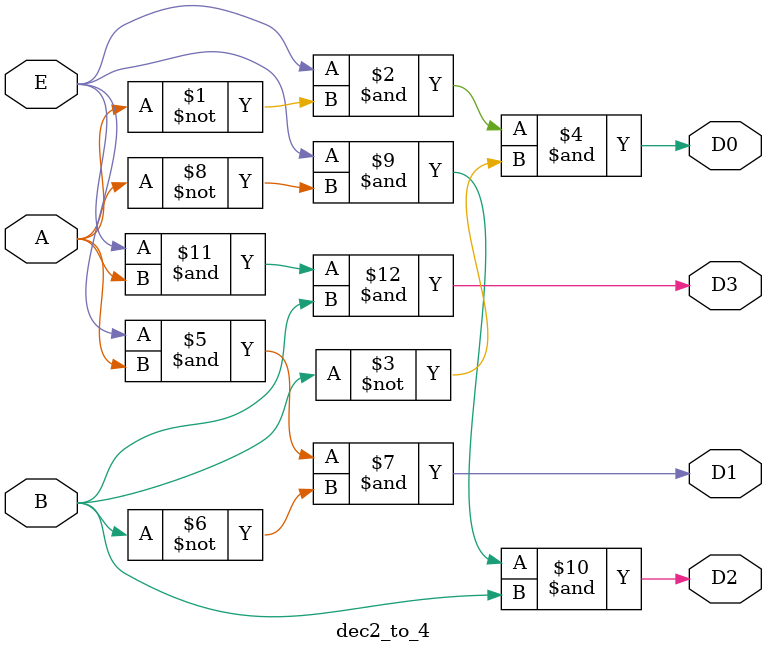
<source format=v>
module dec2_to_4(
	input A, B, E,
	output D0, D1, D2, D3
	);
	assign D0 = E & ~A & ~B;
	assign D1 = E & A & ~B;
	assign D2 = E & ~A & B;
	assign D3 = E & A & B;
endmodule

</source>
